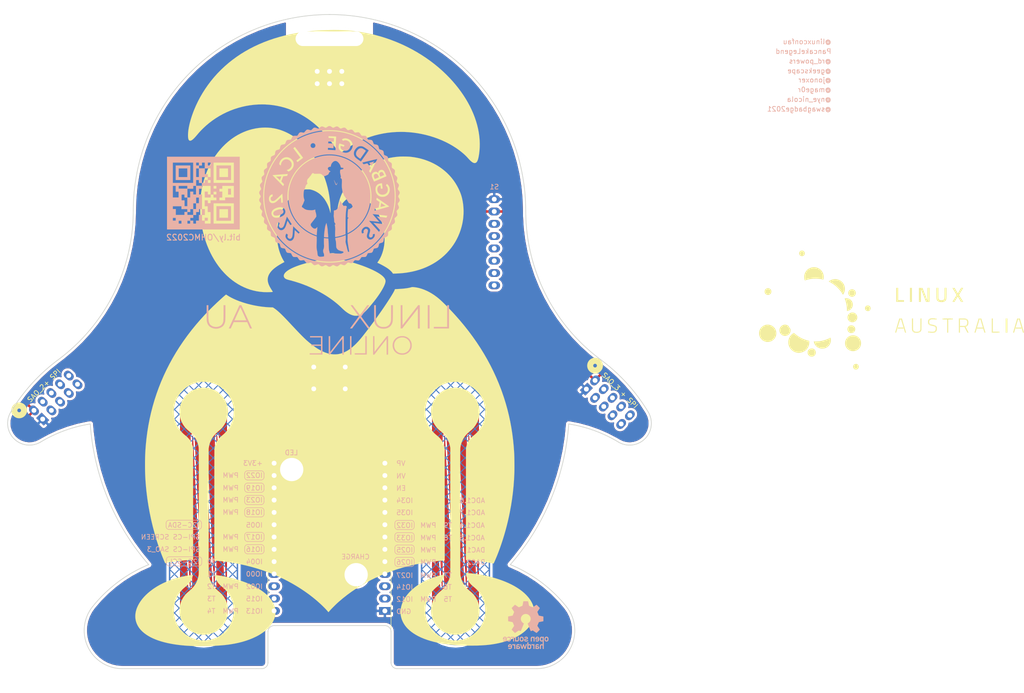
<source format=kicad_pcb>
(kicad_pcb (version 20171130) (host pcbnew "(5.1.10)-1")
  (layers (0 F.Cu signal) (31 B.Cu signal) (34 B.Paste user) (35 F.Paste user hide) (36 B.SilkS user) (37 F.SilkS user) (38 B.Mask user) (39 F.Mask user) (44 Edge.Cuts user))
  (net 0 "")
  (net 1 +3V3)
  (net 2 GND)
  (net 3 /GPIO4)
  (net 4 /GPIO5)
  (net 5 /GPIO32)
  (net 6 /GPIO33)
  (net 7 /GPIO18)
  (net 8 /GPIO23)
  (net 9 /GPIO19)
  (net 10 /GPIO22)
  (net 11 /GPIO17)
  (net 12 /GPIO16)
  (net 13 /GPIO15)
  (net 14 /GPIO27)
  (net 15 /GPIO14)
  (net 16 /GPIO12)
  (net 17 /GPIO0)
  (net 18 /GPIO2)
  (net 19 /GPIO13)
  (net 20 /GPIO34)
  (net 21 /GPIO35)
  (net 22 /GPIO25)
  (net 23 /GPIO26)
  (net 24 /VP)
  (net 25 /VN)
  (net 26 /EN)
  (net 27 /SLC)
  (net 28 /RESET)
  (net 29 /DC)
  (net 30 /SC)
  (net 31 /BLK)
  (module SwagBadge:Logo_LCA_2022_01 (layer B.Cu) (at 0.11 -168.73 180)
    (fp_text reference Ref** hide)
    (fp_text value Val** hide)
  )
  (module SwagBadge:Tux_Silk_With_Slider_135 (layer F.Cu) (at 0.05 -167.18)
    (fp_text reference Ref** hide)
    (fp_text value Val** hide)
  )
  (module SwagBadge:SwagBadge_Logo_2022_Invert (layer B.Cu) (at -0.01 -197.47 180)
    (fp_text reference Ref** hide)
    (fp_text value Val** hide)
  )
  (module SwagBadge:QR_Code_OHMC2022_15mm (layer B.Cu) (at -26.02 -198.16 180)
    (fp_text reference Ref** hide)
    (fp_text value Val** hide)
  )
  (module SwagBadge:SW_1825910-6-4 (layer F.Cu) (at 0 -160)
    (fp_text reference SW1 hide)
    (fp_text value RESET (at 0 5) (layer F.SilkS))
    (pad 2 thru_hole circle (at 3.25 -2.25) (size 1.498 1.498) (drill 0.99) (layers *.Cu *.Mask) (net 26 /EN))
    (pad 4 thru_hole circle (at 3.25 2.25) (size 1.498 1.498) (drill 0.99) (layers *.Cu *.Mask) (net 2 GND))
    (pad 1 thru_hole rect (at -3.25 -2.25) (size 1.498 1.498) (drill 0.99) (layers *.Cu *.Mask) (net 26 /EN))
    (pad 3 thru_hole circle (at -3.25 2.25) (size 1.498 1.498) (drill 0.99) (layers *.Cu *.Mask) (net 2 GND))
  )
  (module SwagBadge:SAO_Header_10-Pin_0val_AltPins (layer F.Cu) (at -56.5 -156 45)
    (fp_text reference P2 hide)
    (fp_text value "SAO_2+ SPI" (at 0 -3.429 225) (layer F.SilkS))
    (pad 4 thru_hole oval (at -2.54 1.27 137) (size 2.2 1.6) (drill 1) (layers *.Cu *.Mask) (net 3 /GPIO4))
    (pad 6 thru_hole oval (at 0 1.27 137) (size 2.2 1.6) (drill 1) (layers *.Cu *.Mask) (net 6 /GPIO33))
    (pad 8 thru_hole oval (at 2.54 1.27 137) (size 2.2 1.6) (drill 1) (layers *.Cu *.Mask) (net 15 /GPIO14))
    (pad 10 thru_hole oval (at 5.08 1.27 137) (size 2.2 1.6) (drill 1) (layers *.Cu *.Mask) (net 20 /GPIO34))
    (pad 9 thru_hole oval (at 5.08 -1.27 137) (size 2.2 1.6) (drill 1) (layers *.Cu *.Mask) (net 23 /GPIO26))
    (pad 7 thru_hole oval (at 2.54 -1.27 137) (size 2.2 1.6) (drill 1) (layers *.Cu *.Mask) (net 22 /GPIO25))
    (pad 5 thru_hole oval (at 0 -1.27 137) (size 2.2 1.6) (drill 1) (layers *.Cu *.Mask) (net 5 /GPIO32))
    (pad 3 thru_hole oval (at -2.54 -1.27 137) (size 2.2 1.6) (drill 1) (layers *.Cu *.Mask) (net 4 /GPIO5))
    (pad 2 thru_hole rect (at -5.08 1.27 135) (size 2.2 1.6) (drill 1) (layers *.Cu *.Mask) (net 2 GND))
    (pad 1 thru_hole oval (at -5.08 -1.27 137) (size 2.2 1.6) (drill 1) (layers *.Cu *.Mask) (net 1 +3V3))
  )
  (module SwagBadge:SAO_Header_6-Pin_Oval_AltPins (layer F.Cu) (at 0 -222)
    (fp_text reference P1 hide)
    (fp_text value SAO_1 (at 0 -3.429 180) (layer F.SilkS))
    (pad 4 thru_hole oval (at 0 1.27 90) (size 2.2 1.6) (drill 1) (layers *.Cu *.Mask) (net 3 /GPIO4))
    (pad 6 thru_hole oval (at 2.54 1.27 90) (size 2.2 1.6) (drill 1) (layers *.Cu *.Mask) (net 9 /GPIO19))
    (pad 5 thru_hole oval (at 2.54 -1.27 90) (size 2.2 1.6) (drill 1) (layers *.Cu *.Mask) (net 10 /GPIO22))
    (pad 3 thru_hole oval (at 0 -1.27 90) (size 2.2 1.6) (drill 1) (layers *.Cu *.Mask) (net 4 /GPIO5))
    (pad 2 thru_hole rect (at -2.54 1.27 90) (size 2.2 1.6) (drill 1) (layers *.Cu *.Mask) (net 2 GND))
    (pad 1 thru_hole oval (at -2.54 -1.27 90) (size 2.2 1.6) (drill 1) (layers *.Cu *.Mask) (net 1 +3V3))
  )
  (module SwagBadge:SAO_Header_10-Pin_0val_AltPins (layer F.Cu) (at 57.5 -155 315)
    (fp_text reference P3 hide)
    (fp_text value "SAO_3 + SPI" (at 0 -3.429 315) (layer F.SilkS))
    (pad 4 thru_hole oval (at -2.54 1.27 47) (size 2.2 1.6) (drill 1) (layers *.Cu *.Mask) (net 3 /GPIO4))
    (pad 6 thru_hole oval (at 0 1.27 47) (size 2.2 1.6) (drill 1) (layers *.Cu *.Mask) (net 8 /GPIO23))
    (pad 8 thru_hole oval (at 2.54 1.27 47) (size 2.2 1.6) (drill 1) (layers *.Cu *.Mask) (net 15 /GPIO14))
    (pad 10 thru_hole oval (at 5.08 1.27 47) (size 2.2 1.6) (drill 1) (layers *.Cu *.Mask) (net 20 /GPIO34))
    (pad 9 thru_hole oval (at 5.08 -1.27 47) (size 2.2 1.6) (drill 1) (layers *.Cu *.Mask) (net 23 /GPIO26))
    (pad 7 thru_hole oval (at 2.54 -1.27 47) (size 2.2 1.6) (drill 1) (layers *.Cu *.Mask) (net 11 /GPIO17))
    (pad 5 thru_hole oval (at 0 -1.27 47) (size 2.2 1.6) (drill 1) (layers *.Cu *.Mask) (net 7 /GPIO18))
    (pad 3 thru_hole oval (at -2.54 -1.27 47) (size 2.2 1.6) (drill 1) (layers *.Cu *.Mask) (net 4 /GPIO5))
    (pad 2 thru_hole rect (at -5.08 1.27 45) (size 2.2 1.6) (drill 1) (layers *.Cu *.Mask) (net 2 GND))
    (pad 1 thru_hole oval (at -5.08 -1.27 47) (size 2.2 1.6) (drill 1) (layers *.Cu *.Mask) (net 1 +3V3))
  )
  (module SwagBadge:Lanyard_Hole (layer F.Cu) (at 0 -230)
    (fp_text reference H5 hide)
    (fp_text value MountingHole hide)
    (pad "" np_thru_hole oval (at 0 0) (size 14 3) (drill oval 14 3) (layers *.Cu *.Mask) (clearance 2))
  )
  (module SwagBadge:LOLIN32_Flipped_SmallCut (layer F.Cu) (at 0 -100)
    (fp_text reference J7 hide)
    (fp_text value Lolin32)
    (fp_line (start 12.7 -1.27) (end 12.7 -7.62) (layer Edge.Cuts) (width 0.15))
    (fp_line (start 11.43 -8.89) (end -11.429999 -8.89) (layer Edge.Cuts) (width 0.15))
    (fp_line (start -12.699999 -7.62) (end -12.699999 -1.27) (layer Edge.Cuts) (width 0.15))
    (fp_line (start -13.97 0) (end -15 0) (layer Edge.Cuts) (width 0.15))
    (fp_line (start 13.97 0) (end 15 0) (layer Edge.Cuts) (width 0.15))
    (fp_text user +3V3 (at -13.7 -42.4) (layer B.SilkS) (effects (justify left mirror)))
    (fp_text user "IO22  PWM        " (at -13.7 -39.89) (layer B.SilkS) (effects (justify left mirror)))
    (fp_text user "IO19  PWM        " (at -13.7 -37.29) (layer B.SilkS) (effects (justify left mirror)))
    (fp_text user "IO23  PWM        " (at -13.7 -34.811) (layer B.SilkS) (effects (justify left mirror)))
    (fp_text user "IO18  PWM        " (at -13.7 -32.271) (layer B.SilkS) (effects (justify left mirror)))
    (fp_text user "IO05             I2C-SDA" (at -13.7 -29.63) (layer B.SilkS) (effects (justify left mirror)))
    (fp_text user "IO17  PWM       SPI-CS SCREEN" (at -13.7 -27.17) (layer B.SilkS) (effects (justify left mirror)))
    (fp_text user "IO16  PWM       SPI-CS SAO_3" (at -13.7 -24.63) (layer B.SilkS) (effects (justify left mirror)))
    (fp_text user "IO04         T0  I2C-SCL" (at -13.7 -22.08) (layer B.SilkS) (effects (justify left mirror)))
    (fp_text user "IO00         T1" (at -13.7 -19.53) (layer B.SilkS) (effects (justify left mirror)))
    (fp_text user "IO02  PWM  T2" (at -13.7 -16.96) (layer B.SilkS) (effects (justify left mirror)))
    (fp_text user "IO15           T3" (at -13.7 -14.42) (layer B.SilkS) (effects (justify left mirror)))
    (fp_text user "IO13  PWM  T4" (at -13.7 -11.88) (layer B.SilkS) (effects (justify left mirror)))
    (fp_text user "T5  PWM  IO12" (at 13.7 -14.33) (layer B.SilkS) (effects (justify right mirror)))
    (fp_text user "T6         IO14" (at 13.7 -16.84) (layer B.SilkS) (effects (justify right mirror)))
    (fp_text user "T7  PWM  IO27" (at 13.7 -19.24) (layer B.SilkS) (effects (justify right mirror)))
    (fp_text user "DAC2          PWM  IO26" (at 13.7 -21.97) (layer B.SilkS) (effects (justify right mirror)))
    (fp_text user "DAC1          PWM  IO25" (at 13.7 -24.49) (layer B.SilkS) (effects (justify right mirror)))
    (fp_text user "ADC1.5  T8  PWM  IO33" (at 13.7 -27) (layer B.SilkS) (effects (justify right mirror)))
    (fp_text user "ADC1.4  T9  PWM  IO32" (at 13.7 -29.58) (layer B.SilkS) (effects (justify right mirror)))
    (fp_text user "ADC1.7             IO35" (at 13.7 -32.21) (layer B.SilkS) (effects (justify right mirror)))
    (fp_text user "ADC1.6             IO34" (at 13.7 -34.7) (layer B.SilkS) (effects (justify right mirror)))
    (fp_text user EN (at 13.7 -37.24) (layer B.SilkS) (effects (justify right mirror)))
    (fp_text user VN (at 13.7 -39.76) (layer B.SilkS) (effects (justify right mirror)))
    (fp_text user VP (at 13.7 -42.37) (layer B.SilkS) (effects (justify right mirror)))
    (fp_arc (start -13.969999 -1.27) (end -13.969999 0) (angle -90) (layer Edge.Cuts) (width 0.15))
    (fp_arc (start -11.429999 -7.62) (end -11.429999 -8.89) (angle -90) (layer Edge.Cuts) (width 0.15))
    (fp_arc (start 11.43 -7.62) (end 12.7 -7.62) (angle -90) (layer Edge.Cuts) (width 0.15))
    (fp_arc (start 13.97 -1.27) (end 12.7 -1.27) (angle -90) (layer Edge.Cuts) (width 0.15))
    (fp_text user GND (at 13.7 -11.8) (layer B.SilkS) (effects (justify right mirror)))
    (pad "" np_thru_hole circle (at -7.8 -41.1) (size 4.8 4.8) (drill 4.8) (layers *.Cu *.Mask))
    (pad "" np_thru_hole circle (at 5.5 -19.4) (size 4.8 4.8) (drill 4.8) (layers *.Cu *.Mask))
    (pad 14 thru_hole oval (at -11.43 -42.41) (size 2.4 1.6) (drill 1) (layers *.Cu *.Mask) (net 1 +3V3))
    (pad 15 thru_hole oval (at -11.43 -39.87) (size 2.4 1.6) (drill 1) (layers *.Cu *.Mask) (net 10 /GPIO22))
    (pad 16 thru_hole oval (at -11.43 -37.33) (size 2.4 1.6) (drill 1) (layers *.Cu *.Mask) (net 9 /GPIO19))
    (pad 17 thru_hole oval (at -11.43 -34.79) (size 2.4 1.6) (drill 1) (layers *.Cu *.Mask) (net 8 /GPIO23))
    (pad 18 thru_hole oval (at -11.43 -32.25) (size 2.4 1.6) (drill 1) (layers *.Cu *.Mask) (net 7 /GPIO18))
    (pad 19 thru_hole oval (at -11.43 -29.71) (size 2.4 1.6) (drill 1) (layers *.Cu *.Mask) (net 4 /GPIO5))
    (pad 20 thru_hole oval (at -11.43 -27.17) (size 2.4 1.6) (drill 1) (layers *.Cu *.Mask) (net 11 /GPIO17))
    (pad 21 thru_hole oval (at -11.43 -24.63) (size 2.4 1.6) (drill 1) (layers *.Cu *.Mask) (net 12 /GPIO16))
    (pad 22 thru_hole oval (at -11.43 -22.09) (size 2.4 1.6) (drill 1) (layers *.Cu *.Mask) (net 3 /GPIO4))
    (pad 23 thru_hole oval (at -11.43 -19.55) (size 2.4 1.6) (drill 1) (layers *.Cu *.Mask) (net 17 /GPIO0))
    (pad 24 thru_hole oval (at -11.43 -17.01) (size 2.4 1.6) (drill 1) (layers *.Cu *.Mask) (net 18 /GPIO2))
    (pad 25 thru_hole oval (at -11.43 -14.47) (size 2.4 1.6) (drill 1) (layers *.Cu *.Mask) (net 13 /GPIO15))
    (pad 26 thru_hole oval (at -11.43 -11.93) (size 2.4 1.6) (drill 1) (layers *.Cu *.Mask) (net 19 /GPIO13))
    (pad 13 thru_hole oval (at 11.43 -42.41) (size 2.4 1.6) (drill 1) (layers *.Cu *.Mask) (net 24 /VP))
    (pad 12 thru_hole oval (at 11.43 -39.87) (size 2.4 1.6) (drill 1) (layers *.Cu *.Mask) (net 25 /VN))
    (pad 11 thru_hole oval (at 11.43 -37.33) (size 2.4 1.6) (drill 1) (layers *.Cu *.Mask) (net 26 /EN))
    (pad 10 thru_hole oval (at 11.43 -34.79) (size 2.4 1.6) (drill 1) (layers *.Cu *.Mask) (net 20 /GPIO34))
    (pad 9 thru_hole oval (at 11.43 -32.25) (size 2.4 1.6) (drill 1) (layers *.Cu *.Mask) (net 21 /GPIO35))
    (pad 8 thru_hole oval (at 11.43 -29.71) (size 2.4 1.6) (drill 1) (layers *.Cu *.Mask) (net 5 /GPIO32))
    (pad 7 thru_hole oval (at 11.43 -27.17) (size 2.4 1.6) (drill 1) (layers *.Cu *.Mask) (net 6 /GPIO33))
    (pad 6 thru_hole oval (at 11.43 -24.63) (size 2.4 1.6) (drill 1) (layers *.Cu *.Mask) (net 22 /GPIO25))
    (pad 5 thru_hole oval (at 11.43 -22.09) (size 2.4 1.6) (drill 1) (layers *.Cu *.Mask) (net 23 /GPIO26))
    (pad 4 thru_hole oval (at 11.43 -19.55) (size 2.4 1.6) (drill 1) (layers *.Cu *.Mask) (net 14 /GPIO27))
    (pad 3 thru_hole oval (at 11.43 -17.01) (size 2.4 1.6) (drill 1) (layers *.Cu *.Mask) (net 15 /GPIO14))
    (pad 2 thru_hole oval (at 11.43 -14.47) (size 2.4 1.6) (drill 1) (layers *.Cu *.Mask) (net 16 /GPIO12))
    (pad 1 thru_hole rect (at 11.43 -11.93) (size 2.4 1.6) (drill 1) (layers *.Cu *.Mask) (net 2 GND))
  )
  (module SwagBadge:LinuxAU_Logo_01 (layer F.Cu) (at 116 -174)
    (fp_text reference L2 hide)
    (fp_text value LinuxAU_Logo hide)
  )
  (module SwagBadge:OSHW_Logo_10mm (layer B.Cu) (at 40.5 -108.99 180)
    (fp_text reference L3 hide)
    (fp_text value OSHW_Logo hide)
  )
  (module SwagBadge:SPI_Screen_320_x_240 (layer F.Cu) (at 34 -188)
    (fp_text reference S1 (at 0 -11.43) (layer B.SilkS) (effects (justify mirror)))
    (fp_text value "SPI Screen")
    (pad 1 thru_hole oval (at 0 -8.89) (size 2.4 1.6) (drill 1) (layers *.Cu *.Mask) (net 2 GND))
    (pad 2 thru_hole oval (at 0 -6.35) (size 2.4 1.6) (drill 1) (layers *.Cu *.Mask) (net 1 +3V3))
    (pad 3 thru_hole oval (at 0 -3.81) (size 2.4 1.6) (drill 1) (layers *.Cu *.Mask) (net 27 /SLC))
    (pad 4 thru_hole oval (at 0 -1.27) (size 2.4 1.6) (drill 1) (layers *.Cu *.Mask) (net 4 /GPIO5))
    (pad 5 thru_hole oval (at 0 1.27) (size 2.4 1.6) (drill 1) (layers *.Cu *.Mask) (net 28 /RESET))
    (pad 6 thru_hole oval (at 0 3.81) (size 2.4 1.6) (drill 1) (layers *.Cu *.Mask) (net 29 /DC))
    (pad 7 thru_hole oval (at 0 6.35) (size 2.4 1.6) (drill 1) (layers *.Cu *.Mask) (net 30 /SC))
    (pad 8 thru_hole oval (at 0 8.89) (size 2.4 1.6) (drill 1) (layers *.Cu *.Mask) (net 31 /BLK))
  )
  (module SwagBadge:Touch_Slider_Long_02 (layer F.Cu) (at -26 -112)
    (fp_text reference T3 hide)
    (fp_text value Touch_Slider_Left hide)
    (pad 3 smd custom (at 0 -48) (size 0.1 0.1) (layers B.Cu) (net 2 GND) (clearance 1) (options (clearance outline) (anchor circle)) (primitives (gr_line (start 7 31.5) (end -7 17.500001) (width 0.2)) (gr_line (start -7 15.5) (end 5.642596 2.857404) (width 0.2)) (gr_line (start -7 35.5) (end 7 21.500001) (width 0.2)) (gr_line (start 7 7.500001) (end -0.483296 0.016704) (width 0.2)) (gr_line (start 6.787222 5.287223) (end 1.712777 0.212778) (width 0.2)) (gr_line (start 4.693429 53.193429) (end -7 41.500001) (width 0.2)) (gr_line (start -7 31.5) (end 7 17.500001) (width 0.2)) (gr_line (start -7 17.5) (end 6.380064 4.119936) (width 0.2)) (gr_line (start 7 41.5) (end -7 27.500001) (width 0.2)) (gr_line (start -7 23.5) (end 7 9.500001) (width 0.2)) (gr_line (start -7 9.5) (end 2.158798 0.341202) (width 0.2)) (gr_line (start 7 37.5) (end -7 23.500001) (width 0.2)) (gr_line (start 7 29.5) (end -7 15.500001) (width 0.2)) (gr_line (start 7 39.5) (end -7 25.500001) (width 0.2)) (gr_line (start -0.483296 54.983296) (end 7 47.500001) (width 0.2)) (gr_line (start 7 47.5) (end -7 33.500001) (width 0.2)) (gr_line (start 7 48) (end 7 7.000001) (width 0.3)) (gr_line (start -1.712777 54.787222) (end -6.787222 49.712777) (width 0.2)) (gr_line (start 2.158798 54.658798) (end -7 45.500001) (width 0.2)) (gr_line (start -7 27.5) (end 7 13.500001) (width 0.2)) (gr_line (start 7 43.5) (end -7 29.500001) (width 0.2)) (gr_line (start -7 25.5) (end 7 11.500001) (width 0.2)) (gr_line (start 7 17.5) (end -6.380064 4.119936) (width 0.2)) (gr_line (start 7 35.5) (end -7 21.500001) (width 0.2)) (gr_line (start -6.865519 49.365519) (end 7 35.500001) (width 0.2)) (gr_line (start -7 33.5) (end 7 19.500001) (width 0.2)) (gr_line (start -7 39.5) (end 7 25.500001) (width 0.2)) (gr_line (start -7 43.5) (end 7 29.500001) (width 0.2)) (gr_arc (start 0 7.000001) (end 7 7.000001) (angle -180) (width 0.3)) (gr_line (start 7 21.5) (end -7 7.500001) (width 0.2)) (gr_line (start 7 9.5) (end -2.158798 0.341202) (width 0.2)) (gr_line (start -7 21.5) (end 7 7.500001) (width 0.2)) (gr_line (start -7 41.5) (end 7 27.500001) (width 0.2)) (gr_line (start -5.642596 52.142596) (end 7 39.500001) (width 0.2)) (gr_line (start -3.539311 54.039311) (end 7 43.500001) (width 0.2)) (gr_line (start 7 11.5) (end -3.539311 0.960689) (width 0.2)) (gr_line (start -7 19.5) (end 6.865519 5.634481) (width 0.2)) (gr_line (start -7 13.5) (end 4.693429 1.806571) (width 0.2)) (gr_line (start -7 7.000001) (end -7 48) (width 0.3)) (gr_line (start 6.865519 49.365519) (end -7 35.500001) (width 0.2)) (gr_line (start -2.158798 54.658798) (end 7 45.500001) (width 0.2)) (gr_line (start 7 13.5) (end -4.693429 1.806571) (width 0.2)) (gr_line (start -7 7.500001) (end 0.483296 0.016704) (width 0.2)) (gr_line (start -7 11.5) (end 3.539311 0.960689) (width 0.2)) (gr_line (start -6.380064 50.880064) (end 7 37.500001) (width 0.2)) (gr_line (start 7 27.5) (end -7 13.500001) (width 0.2)) (gr_line (start 7 15.5) (end -5.642596 2.857404) (width 0.2)) (gr_line (start -7 37.5) (end 7 23.500001) (width 0.2)) (gr_line (start 7 19.5) (end -6.865519 5.634481) (width 0.2)) (gr_line (start 0.483296 54.983296) (end -7 47.500001) (width 0.2)) (gr_line (start 3.539311 54.039311) (end -7 43.500001) (width 0.2)) (gr_line (start 7 23.5) (end -7 9.500001) (width 0.2)) (gr_line (start 7 45.5) (end -7 31.500001) (width 0.2)) (gr_line (start -7 45.5) (end 7 31.500001) (width 0.2)) (gr_line (start 5.642596 52.142596) (end -7 39.500001) (width 0.2)) (gr_line (start -4.693429 53.193429) (end 7 41.500001) (width 0.2)) (gr_line (start 7 25.5) (end -7 11.500001) (width 0.2)) (gr_line (start -6.787222 5.287223) (end -1.712777 0.212778) (width 0.2)) (gr_line (start 1.712777 54.787222) (end 6.787222 49.712777) (width 0.2)) (gr_line (start -7 47.5) (end 7 33.500001) (width 0.2)) (gr_arc (start 0 48) (end -7 48) (angle -180) (width 0.3)) (gr_line (start 7 33.5) (end -7 19.500001) (width 0.2)) (gr_line (start -7 29.5) (end 7 15.500001) (width 0.2)) (gr_line (start 6.380064 50.880064) (end -7 37.500001) (width 0.2))))
    (pad 1 smd custom (at 0 0) (size 3 3) (layers F.Cu) (net 16 /GPIO12) (clearance 5) (options (clearance outline) (anchor circle)) (primitives (gr_line (start -4.749999 -36) (end -4.75 0) (width 0.2)) (gr_line (start -2.249999 -35.999999) (end -2.25 -5) (width 0.2)) (gr_arc (start 4.75 -4.999999) (end 4.250583 -4.975844) (angle -87.2) (width 0.2)) (gr_line (start 0.25 -36) (end 0.249999 -4.999999) (width 0.2)) (gr_line (start 4.250583 -4.975844) (end 2.75 -36) (width 0.2)) (gr_arc (start 2.25 -4.999999) (end 1.750583 -4.975844) (angle -177.2) (width 0.2)) (gr_line (start -0.749416 -4.975844) (end -2.249999 -35.999999) (width 0.2)) (gr_arc (start -2.749999 -5) (end -3.249416 -4.975844) (angle -177.2) (width 0.2)) (gr_line (start -3.249416 -4.975844) (end -4.749999 -36) (width 0.2)) (gr_line (start 2.75 -36) (end 2.749999 -4.999999) (width 0.2)) (gr_arc (start 0 0) (end -4.75 0) (angle -180) (width 0.2)) (gr_line (start 1.750583 -4.975844) (end 0.25 -36) (width 0.2)) (gr_arc (start -0.249999 -4.999999) (end -0.749416 -4.975844) (angle -177.2) (width 0.2)) (gr_line (start 4.75 0) (end 4.75 -4.499999) (width 0.2)) (gr_poly (pts (xy -0.74 -4.87) (xy -0.54 -4.57) (xy -0.24 -4.48) (xy 0.14 -4.63) (xy 0.25 -4.97) (xy 0.3 -34.36) (xy 1.74 -4.97) (xy 1.91 -4.6) (xy 2.26 -4.47) (xy 2.62 -4.59) (xy 2.75 -4.95) (xy 2.8 -34.15) (xy 4.28 -4.81) (xy 4.45 -4.58) (xy 4.75 -4.48) (xy 4.78 -0.01) (xy 4.62 1.17) (xy 4.16 2.33) (xy 3.44 3.29) (xy 2.5 4.05) (xy 1.23 4.6) (xy 0 4.76) (xy -1.06 4.64) (xy -2.09 4.28) (xy -3.03 3.68) (xy -3.82 2.82) (xy -4.27 2.07) (xy -4.61 1.14) (xy -4.75 -0.01) (xy -4.67 -32.91) (xy -3.25 -4.91) (xy -3.04 -4.56) (xy -2.74 -4.47) (xy -2.37 -4.61) (xy -2.25 -4.99) (xy -2.21 -34.94)) (width 0.1))))
    (pad 2 smd custom (at 0 -41) (size 3 3) (layers F.Cu) (net 14 /GPIO27) (clearance 5) (options (clearance outline) (anchor circle)) (primitives (gr_line (start 3.249416 4.975845) (end 4.749999 36.000001) (width 0.2)) (gr_line (start 0.749416 4.975845) (end 2.249999 36) (width 0.2)) (gr_arc (start 0 0.000001) (end 4.75 0.000001) (angle -180) (width 0.2)) (gr_line (start -1.750583 4.975845) (end -0.25 36.000001) (width 0.2)) (gr_arc (start 0.249999 5) (end 0.749416 4.975845) (angle -177.2) (width 0.2)) (gr_line (start 2.249999 36) (end 2.25 5.000001) (width 0.2)) (gr_line (start -4.75 0) (end -4.75 4.5) (width 0.2)) (gr_line (start -4.250583 4.975845) (end -2.75 36.000001) (width 0.2)) (gr_line (start -2.75 36.000001) (end -2.749999 5) (width 0.2)) (gr_line (start 4.749999 36.000001) (end 4.75 0.000001) (width 0.2)) (gr_arc (start 2.749999 5.000001) (end 3.249416 4.975845) (angle -177.2) (width 0.2)) (gr_arc (start -2.25 5) (end -1.750583 4.975845) (angle -177.2) (width 0.2)) (gr_line (start -0.25 36.000001) (end -0.249999 5) (width 0.2)) (gr_arc (start -4.75 5) (end -4.250583 4.975845) (angle -87.2) (width 0.2)) (gr_poly (pts (xy 0.75 4.87) (xy 0.55 4.57) (xy 0.25 4.48) (xy -0.13 4.63) (xy -0.24 4.97) (xy -0.29 34.36) (xy -1.73 4.97) (xy -1.9 4.6) (xy -2.25 4.47) (xy -2.61 4.59) (xy -2.74 4.95) (xy -2.79 34.15) (xy -4.27 4.81) (xy -4.44 4.58) (xy -4.74 4.48) (xy -4.77 0.01) (xy -4.61 -1.17) (xy -4.15 -2.33) (xy -3.43 -3.29) (xy -2.49 -4.05) (xy -1.22 -4.6) (xy 0.01 -4.76) (xy 1.07 -4.64) (xy 2.1 -4.28) (xy 3.04 -3.68) (xy 3.83 -2.82) (xy 4.28 -2.07) (xy 4.62 -1.14) (xy 4.76 0.01) (xy 4.68 32.91) (xy 3.26 4.91) (xy 3.05 4.56) (xy 2.75 4.47) (xy 2.38 4.61) (xy 2.26 4.99) (xy 2.22 34.94)) (width 0.1))))
  )
  (module SwagBadge:Touch_Slider_Long_02 (layer F.Cu) (at 26 -112)
    (fp_text reference T4 hide)
    (fp_text value Touch_Slider_Right hide)
    (pad 2 smd custom (at 0 -41) (size 3 3) (layers F.Cu) (net 13 /GPIO15) (clearance 5) (options (clearance outline) (anchor circle)) (primitives (gr_line (start 3.249416 4.975845) (end 4.749999 36.000001) (width 0.2)) (gr_line (start 0.749416 4.975845) (end 2.249999 36) (width 0.2)) (gr_arc (start 0 0.000001) (end 4.75 0.000001) (angle -180) (width 0.2)) (gr_line (start -1.750583 4.975845) (end -0.25 36.000001) (width 0.2)) (gr_arc (start 0.249999 5) (end 0.749416 4.975845) (angle -177.2) (width 0.2)) (gr_line (start 2.249999 36) (end 2.25 5.000001) (width 0.2)) (gr_line (start -4.75 0) (end -4.75 4.5) (width 0.2)) (gr_line (start -4.250583 4.975845) (end -2.75 36.000001) (width 0.2)) (gr_line (start -2.75 36.000001) (end -2.749999 5) (width 0.2)) (gr_line (start 4.749999 36.000001) (end 4.75 0.000001) (width 0.2)) (gr_arc (start 2.749999 5.000001) (end 3.249416 4.975845) (angle -177.2) (width 0.2)) (gr_arc (start -2.25 5) (end -1.750583 4.975845) (angle -177.2) (width 0.2)) (gr_line (start -0.25 36.000001) (end -0.249999 5) (width 0.2)) (gr_arc (start -4.75 5) (end -4.250583 4.975845) (angle -87.2) (width 0.2)) (gr_poly (pts (xy 0.75 4.87) (xy 0.55 4.57) (xy 0.25 4.48) (xy -0.13 4.63) (xy -0.24 4.97) (xy -0.29 34.36) (xy -1.73 4.97) (xy -1.9 4.6) (xy -2.25 4.47) (xy -2.61 4.59) (xy -2.74 4.95) (xy -2.79 34.15) (xy -4.27 4.81) (xy -4.44 4.58) (xy -4.74 4.48) (xy -4.77 0.01) (xy -4.61 -1.17) (xy -4.15 -2.33) (xy -3.43 -3.29) (xy -2.49 -4.05) (xy -1.22 -4.6) (xy 0.01 -4.76) (xy 1.07 -4.64) (xy 2.1 -4.28) (xy 3.04 -3.68) (xy 3.83 -2.82) (xy 4.28 -2.07) (xy 4.62 -1.14) (xy 4.76 0.01) (xy 4.68 32.91) (xy 3.26 4.91) (xy 3.05 4.56) (xy 2.75 4.47) (xy 2.38 4.61) (xy 2.26 4.99) (xy 2.22 34.94)) (width 0.1))))
    (pad 1 smd custom (at 0 0) (size 3 3) (layers F.Cu) (net 19 /GPIO13) (clearance 5) (options (clearance outline) (anchor circle)) (primitives (gr_line (start -4.749999 -36) (end -4.75 0) (width 0.2)) (gr_line (start -2.249999 -35.999999) (end -2.25 -5) (width 0.2)) (gr_arc (start 4.75 -4.999999) (end 4.250583 -4.975844) (angle -87.2) (width 0.2)) (gr_line (start 0.25 -36) (end 0.249999 -4.999999) (width 0.2)) (gr_line (start 4.250583 -4.975844) (end 2.75 -36) (width 0.2)) (gr_arc (start 2.25 -4.999999) (end 1.750583 -4.975844) (angle -177.2) (width 0.2)) (gr_line (start -0.749416 -4.975844) (end -2.249999 -35.999999) (width 0.2)) (gr_arc (start -2.749999 -5) (end -3.249416 -4.975844) (angle -177.2) (width 0.2)) (gr_line (start -3.249416 -4.975844) (end -4.749999 -36) (width 0.2)) (gr_line (start 2.75 -36) (end 2.749999 -4.999999) (width 0.2)) (gr_arc (start 0 0) (end -4.75 0) (angle -180) (width 0.2)) (gr_line (start 1.750583 -4.975844) (end 0.25 -36) (width 0.2)) (gr_arc (start -0.249999 -4.999999) (end -0.749416 -4.975844) (angle -177.2) (width 0.2)) (gr_line (start 4.75 0) (end 4.75 -4.499999) (width 0.2)) (gr_poly (pts (xy -0.74 -4.87) (xy -0.54 -4.57) (xy -0.24 -4.48) (xy 0.14 -4.63) (xy 0.25 -4.97) (xy 0.3 -34.36) (xy 1.74 -4.97) (xy 1.91 -4.6) (xy 2.26 -4.47) (xy 2.62 -4.59) (xy 2.75 -4.95) (xy 2.8 -34.15) (xy 4.28 -4.81) (xy 4.45 -4.58) (xy 4.75 -4.48) (xy 4.78 -0.01) (xy 4.62 1.17) (xy 4.16 2.33) (xy 3.44 3.29) (xy 2.5 4.05) (xy 1.23 4.6) (xy 0 4.76) (xy -1.06 4.64) (xy -2.09 4.28) (xy -3.03 3.68) (xy -3.82 2.82) (xy -4.27 2.07) (xy -4.61 1.14) (xy -4.75 -0.01) (xy -4.67 -32.91) (xy -3.25 -4.91) (xy -3.04 -4.56) (xy -2.74 -4.47) (xy -2.37 -4.61) (xy -2.25 -4.99) (xy -2.21 -34.94)) (width 0.1))))
    (pad 3 smd custom (at 0 -48) (size 0.1 0.1) (layers B.Cu) (net 2 GND) (clearance 1) (options (clearance outline) (anchor circle)) (primitives (gr_line (start 7 31.5) (end -7 17.500001) (width 0.2)) (gr_line (start -7 15.5) (end 5.642596 2.857404) (width 0.2)) (gr_line (start -7 35.5) (end 7 21.500001) (width 0.2)) (gr_line (start 7 7.500001) (end -0.483296 0.016704) (width 0.2)) (gr_line (start 6.787222 5.287223) (end 1.712777 0.212778) (width 0.2)) (gr_line (start 4.693429 53.193429) (end -7 41.500001) (width 0.2)) (gr_line (start -7 31.5) (end 7 17.500001) (width 0.2)) (gr_line (start -7 17.5) (end 6.380064 4.119936) (width 0.2)) (gr_line (start 7 41.5) (end -7 27.500001) (width 0.2)) (gr_line (start -7 23.5) (end 7 9.500001) (width 0.2)) (gr_line (start -7 9.5) (end 2.158798 0.341202) (width 0.2)) (gr_line (start 7 37.5) (end -7 23.500001) (width 0.2)) (gr_line (start 7 29.5) (end -7 15.500001) (width 0.2)) (gr_line (start 7 39.5) (end -7 25.500001) (width 0.2)) (gr_line (start -0.483296 54.983296) (end 7 47.500001) (width 0.2)) (gr_line (start 7 47.5) (end -7 33.500001) (width 0.2)) (gr_line (start 7 48) (end 7 7.000001) (width 0.3)) (gr_line (start -1.712777 54.787222) (end -6.787222 49.712777) (width 0.2)) (gr_line (start 2.158798 54.658798) (end -7 45.500001) (width 0.2)) (gr_line (start -7 27.5) (end 7 13.500001) (width 0.2)) (gr_line (start 7 43.5) (end -7 29.500001) (width 0.2)) (gr_line (start -7 25.5) (end 7 11.500001) (width 0.2)) (gr_line (start 7 17.5) (end -6.380064 4.119936) (width 0.2)) (gr_line (start 7 35.5) (end -7 21.500001) (width 0.2)) (gr_line (start -6.865519 49.365519) (end 7 35.500001) (width 0.2)) (gr_line (start -7 33.5) (end 7 19.500001) (width 0.2)) (gr_line (start -7 39.5) (end 7 25.500001) (width 0.2)) (gr_line (start -7 43.5) (end 7 29.500001) (width 0.2)) (gr_arc (start 0 7.000001) (end 7 7.000001) (angle -180) (width 0.3)) (gr_line (start 7 21.5) (end -7 7.500001) (width 0.2)) (gr_line (start 7 9.5) (end -2.158798 0.341202) (width 0.2)) (gr_line (start -7 21.5) (end 7 7.500001) (width 0.2)) (gr_line (start -7 41.5) (end 7 27.500001) (width 0.2)) (gr_line (start -5.642596 52.142596) (end 7 39.500001) (width 0.2)) (gr_line (start -3.539311 54.039311) (end 7 43.500001) (width 0.2)) (gr_line (start 7 11.5) (end -3.539311 0.960689) (width 0.2)) (gr_line (start -7 19.5) (end 6.865519 5.634481) (width 0.2)) (gr_line (start -7 13.5) (end 4.693429 1.806571) (width 0.2)) (gr_line (start -7 7.000001) (end -7 48) (width 0.3)) (gr_line (start 6.865519 49.365519) (end -7 35.500001) (width 0.2)) (gr_line (start -2.158798 54.658798) (end 7 45.500001) (width 0.2)) (gr_line (start 7 13.5) (end -4.693429 1.806571) (width 0.2)) (gr_line (start -7 7.500001) (end 0.483296 0.016704) (width 0.2)) (gr_line (start -7 11.5) (end 3.539311 0.960689) (width 0.2)) (gr_line (start -6.380064 50.880064) (end 7 37.500001) (width 0.2)) (gr_line (start 7 27.5) (end -7 13.500001) (width 0.2)) (gr_line (start 7 15.5) (end -5.642596 2.857404) (width 0.2)) (gr_line (start -7 37.5) (end 7 23.500001) (width 0.2)) (gr_line (start 7 19.5) (end -6.865519 5.634481) (width 0.2)) (gr_line (start 0.483296 54.983296) (end -7 47.500001) (width 0.2)) (gr_line (start 3.539311 54.039311) (end -7 43.500001) (width 0.2)) (gr_line (start 7 23.5) (end -7 9.500001) (width 0.2)) (gr_line (start 7 45.5) (end -7 31.500001) (width 0.2)) (gr_line (start -7 45.5) (end 7 31.500001) (width 0.2)) (gr_line (start 5.642596 52.142596) (end -7 39.500001) (width 0.2)) (gr_line (start -4.693429 53.193429) (end 7 41.500001) (width 0.2)) (gr_line (start 7 25.5) (end -7 11.500001) (width 0.2)) (gr_line (start -6.787222 5.287223) (end -1.712777 0.212778) (width 0.2)) (gr_line (start 1.712777 54.787222) (end 6.787222 49.712777) (width 0.2)) (gr_line (start -7 47.5) (end 7 33.500001) (width 0.2)) (gr_arc (start 0 48) (end -7 48) (angle -180) (width 0.3)) (gr_line (start 7 33.5) (end -7 19.500001) (width 0.2)) (gr_line (start -7 29.5) (end 7 15.500001) (width 0.2)) (gr_line (start 6.380064 50.880064) (end -7 37.500001) (width 0.2))))
  )
  (gr_text bit.ly/OHMC2022 (at -26 -189) (layer B.SilkS) (effects (font (size 1.2 1.2) (thickness 0.2)) (justify mirror)))
  (gr_arc (start 0 -194.499999) (end 0 -235) (angle -90) (layer Edge.Cuts) (width 0.15))
  (gr_line (start -42.749999 -99.999999) (end -15 -99.999999) (layer Edge.Cuts) (width 0.15))
  (gr_arc (start -42.749999 -107.874999) (end -48.901668 -112.791563) (angle -128.6327039) (layer Edge.Cuts) (width 0.15))
  (gr_arc (start -26.351617 -94.769011) (end -37.313593 -121.473922) (angle -29.0498617) (layer Edge.Cuts) (width 0.15))
  (gr_arc (start 0 -153.999999) (end -49.375955 -150.497858) (angle -37.02141884) (layer Edge.Cuts) (width 0.15))
  (gr_arc (start -44.999999 -122.499999) (end -49.375955 -150.497858) (angle -22.14776556) (layer Edge.Cuts) (width 0.15))
  (gr_arc (start -61.927928 -150.638305) (end -65.787761 -152.951677) (angle -151.9671632) (layer Edge.Cuts) (width 0.15))
  (gr_arc (start -33.749999 -133.749999) (end -55.982546 -163.763937) (angle -22.53498349) (layer Edge.Cuts) (width 0.15))
  (gr_arc (start -78.75 -194.499999) (end -55.982546 -163.763937) (angle -53.47114426) (layer Edge.Cuts) (width 0.15))
  (gr_arc (start 33.749999 -133.749999) (end 65.787761 -152.951677) (angle -22.53498349) (layer Edge.Cuts) (width 0.15))
  (gr_arc (start 78.75 -194.499999) (end 40.5 -194.499999) (angle -53.47114426) (layer Edge.Cuts) (width 0.15))
  (gr_arc (start 0 -194.499999) (end 40.5 -194.499999) (angle -90) (layer Edge.Cuts) (width 0.15))
  (gr_line (start 42.749999 -99.999999) (end 15 -100) (layer Edge.Cuts) (width 0.15))
  (gr_arc (start 42.749999 -107.874999) (end 42.749999 -99.999999) (angle -128.6327039) (layer Edge.Cuts) (width 0.15))
  (gr_arc (start 26.351617 -94.769011) (end 48.901668 -112.791563) (angle -29.0498617) (layer Edge.Cuts) (width 0.15))
  (gr_arc (start 0 -153.999999) (end 37.313593 -121.473922) (angle -37.02141884) (layer Edge.Cuts) (width 0.15))
  (gr_arc (start 44.999999 -122.499999) (end 59.60817 -146.782306) (angle -22.14776556) (layer Edge.Cuts) (width 0.15))
  (gr_arc (start 61.927928 -150.638305) (end 59.60817 -146.782306) (angle -151.9671632) (layer Edge.Cuts) (width 0.15))
  (gr_line (start -13.5 -124.3) (end -13.5 -125) (layer B.SilkS) (width 0.12))
  (gr_line (start -17.5 -125) (end -17.5 -124.3) (layer B.SilkS) (width 0.12))
  (gr_arc (start 14.085 -130.01) (end 14.085 -130.61) (angle -90) (layer B.SilkS) (width 0.12))
  (gr_arc (start 16.885 -129.31) (end 16.885 -128.71) (angle -90) (layer B.SilkS) (width 0.12))
  (gr_arc (start 14.085 -129.31) (end 13.485 -129.31) (angle -90) (layer B.SilkS) (width 0.12))
  (gr_arc (start -14.1 -127.54) (end -13.5 -127.54) (angle -90) (layer B.SilkS) (width 0.12))
  (gr_line (start 16.885 -128.71) (end 14.085 -128.71) (layer B.SilkS) (width 0.12))
  (gr_arc (start -14.1 -125) (end -13.5 -125) (angle -90) (layer B.SilkS) (width 0.12))
  (gr_arc (start -16.9 -126.84) (end -17.5 -126.84) (angle -90) (layer B.SilkS) (width 0.12))
  (gr_line (start 13.485 -130.01) (end 13.485 -129.31) (layer B.SilkS) (width 0.12))
  (gr_line (start -17.5 -127.54) (end -17.5 -126.84) (layer B.SilkS) (width 0.12))
  (gr_line (start 14.085 -130.61) (end 16.885 -130.61) (layer B.SilkS) (width 0.12))
  (gr_line (start 17.485 -129.31) (end 17.485 -130.01) (layer B.SilkS) (width 0.12))
  (gr_arc (start 16.885 -130.01) (end 17.485 -130.01) (angle -90) (layer B.SilkS) (width 0.12))
  (gr_line (start 13.485 -122.39) (end 13.485 -121.69) (layer B.SilkS) (width 0.12))
  (gr_arc (start -16.9 -125) (end -16.9 -125.6) (angle -90) (layer B.SilkS) (width 0.12))
  (gr_line (start -13.5 -126.84) (end -13.5 -127.54) (layer B.SilkS) (width 0.12))
  (gr_line (start -14.1 -123.7) (end -16.9 -123.7) (layer B.SilkS) (width 0.12))
  (gr_line (start -14.1 -126.24) (end -16.9 -126.24) (layer B.SilkS) (width 0.12))
  (gr_line (start -16.9 -125.6) (end -14.1 -125.6) (layer B.SilkS) (width 0.12))
  (gr_arc (start -16.9 -127.54) (end -16.9 -128.14) (angle -90) (layer B.SilkS) (width 0.12))
  (gr_arc (start -16.9 -124.3) (end -17.5 -124.3) (angle -90) (layer B.SilkS) (width 0.12))
  (gr_arc (start -14.1 -126.84) (end -14.1 -126.24) (angle -90) (layer B.SilkS) (width 0.12))
  (gr_arc (start -14.1 -124.3) (end -14.1 -123.7) (angle -90) (layer B.SilkS) (width 0.12))
  (gr_line (start -16.9 -128.14) (end -14.1 -128.14) (layer B.SilkS) (width 0.12))
  (gr_text LED (at -7.86 -144.58) (layer B.SilkS) (effects (font (size 1 1)) (justify mirror)))
  (gr_text CHARGE (at 5.37 -123.09) (layer B.SilkS) (effects (font (size 1 1)) (justify mirror)))
  (gr_arc (start 14.085 -122.39) (end 14.085 -122.99) (angle -90) (layer B.SilkS) (width 0.12))
  (gr_arc (start 16.885 -124.93) (end 17.485 -124.93) (angle -90) (layer B.SilkS) (width 0.12))
  (gr_line (start 16.885 -121.09) (end 14.085 -121.09) (layer B.SilkS) (width 0.12))
  (gr_arc (start 14.085 -124.93) (end 14.085 -125.53) (angle -90) (layer B.SilkS) (width 0.12))
  (gr_arc (start 16.885 -122.39) (end 17.485 -122.39) (angle -90) (layer B.SilkS) (width 0.12))
  (gr_line (start 13.485 -124.93) (end 13.485 -124.23) (layer B.SilkS) (width 0.12))
  (gr_arc (start 14.085 -124.23) (end 13.485 -124.23) (angle -90) (layer B.SilkS) (width 0.12))
  (gr_line (start 14.085 -122.99) (end 16.885 -122.99) (layer B.SilkS) (width 0.12))
  (gr_arc (start 16.885 -124.23) (end 16.885 -123.63) (angle -90) (layer B.SilkS) (width 0.12))
  (gr_line (start 13.485 -127.47) (end 13.485 -126.77) (layer B.SilkS) (width 0.12))
  (gr_arc (start 14.085 -127.47) (end 14.085 -128.07) (angle -90) (layer B.SilkS) (width 0.12))
  (gr_line (start 17.485 -121.69) (end 17.485 -122.39) (layer B.SilkS) (width 0.12))
  (gr_arc (start 16.885 -121.69) (end 16.885 -121.09) (angle -90) (layer B.SilkS) (width 0.12))
  (gr_arc (start 16.885 -127.47) (end 17.485 -127.47) (angle -90) (layer B.SilkS) (width 0.12))
  (gr_arc (start 16.885 -126.77) (end 16.885 -126.17) (angle -90) (layer B.SilkS) (width 0.12))
  (gr_line (start 16.885 -126.17) (end 14.085 -126.17) (layer B.SilkS) (width 0.12))
  (gr_line (start 17.485 -126.77) (end 17.485 -127.47) (layer B.SilkS) (width 0.12))
  (gr_arc (start 14.085 -121.69) (end 13.485 -121.69) (angle -90) (layer B.SilkS) (width 0.12))
  (gr_line (start 17.485 -124.23) (end 17.485 -124.93) (layer B.SilkS) (width 0.12))
  (gr_line (start 14.085 -125.53) (end 16.885 -125.53) (layer B.SilkS) (width 0.12))
  (gr_arc (start 14.085 -126.77) (end 13.485 -126.77) (angle -90) (layer B.SilkS) (width 0.12))
  (gr_line (start 14.085 -128.07) (end 16.885 -128.07) (layer B.SilkS) (width 0.12))
  (gr_line (start 16.885 -123.63) (end 14.085 -123.63) (layer B.SilkS) (width 0.12))
  (gr_arc (start -14.11 -137.7) (end -13.51 -137.7) (angle -90) (layer B.SilkS) (width 0.12))
  (gr_line (start -13.51 -139.54) (end -13.51 -140.24) (layer B.SilkS) (width 0.12))
  (gr_line (start -17.51 -132.62) (end -17.51 -131.92) (layer B.SilkS) (width 0.12))
  (gr_line (start -14.11 -138.94) (end -16.91 -138.94) (layer B.SilkS) (width 0.12))
  (gr_arc (start -14.11 -134.46) (end -14.11 -133.86) (angle -90) (layer B.SilkS) (width 0.12))
  (gr_arc (start -16.91 -140.24) (end -16.91 -140.84) (angle -90) (layer B.SilkS) (width 0.12))
  (gr_arc (start -14.11 -131.92) (end -14.11 -131.32) (angle -90) (layer B.SilkS) (width 0.12))
  (gr_arc (start -14.11 -137) (end -14.11 -136.4) (angle -90) (layer B.SilkS) (width 0.12))
  (gr_arc (start -14.11 -135.16) (end -13.51 -135.16) (angle -90) (layer B.SilkS) (width 0.12))
  (gr_arc (start -14.11 -139.54) (end -14.11 -138.94) (angle -90) (layer B.SilkS) (width 0.12))
  (gr_line (start -13.51 -134.46) (end -13.51 -135.16) (layer B.SilkS) (width 0.12))
  (gr_arc (start -16.91 -137.7) (end -16.91 -138.3) (angle -90) (layer B.SilkS) (width 0.12))
  (gr_arc (start -16.91 -134.46) (end -17.51 -134.46) (angle -90) (layer B.SilkS) (width 0.12))
  (gr_arc (start -16.91 -131.92) (end -17.51 -131.92) (angle -90) (layer B.SilkS) (width 0.12))
  (gr_arc (start -14.11 -140.24) (end -13.51 -140.24) (angle -90) (layer B.SilkS) (width 0.12))
  (gr_line (start -17.51 -140.24) (end -17.51 -139.54) (layer B.SilkS) (width 0.12))
  (gr_arc (start -16.91 -137) (end -17.51 -137) (angle -90) (layer B.SilkS) (width 0.12))
  (gr_line (start -16.91 -135.76) (end -14.11 -135.76) (layer B.SilkS) (width 0.12))
  (gr_arc (start -16.91 -139.54) (end -17.51 -139.54) (angle -90) (layer B.SilkS) (width 0.12))
  (gr_line (start -17.51 -135.16) (end -17.51 -134.46) (layer B.SilkS) (width 0.12))
  (gr_line (start -16.91 -133.22) (end -14.11 -133.22) (layer B.SilkS) (width 0.12))
  (gr_line (start -13.51 -131.92) (end -13.51 -132.62) (layer B.SilkS) (width 0.12))
  (gr_line (start -16.91 -140.84) (end -14.11 -140.84) (layer B.SilkS) (width 0.12))
  (gr_line (start -33.72 -130.04) (end -33.72 -129.34) (layer B.SilkS) (width 0.12))
  (gr_line (start -14.11 -131.32) (end -16.91 -131.32) (layer B.SilkS) (width 0.12))
  (gr_arc (start -27.02 -130.04) (end -26.42 -130.04) (angle -90) (layer B.SilkS) (width 0.12))
  (gr_arc (start -27.02 -129.34) (end -27.02 -128.74) (angle -90) (layer B.SilkS) (width 0.12))
  (gr_arc (start -33.12 -130.04) (end -33.12 -130.64) (angle -90) (layer B.SilkS) (width 0.12))
  (gr_arc (start -26.96 -121.8) (end -26.96 -121.2) (angle -90) (layer B.SilkS) (width 0.12))
  (gr_line (start -26.42 -129.34) (end -26.42 -130.04) (layer B.SilkS) (width 0.12))
  (gr_line (start -27.02 -130.64) (end -33.12 -130.64) (layer B.SilkS) (width 0.12))
  (gr_arc (start -33.06 -122.5) (end -33.06 -123.1) (angle -90) (layer B.SilkS) (width 0.12))
  (gr_line (start -26.36 -121.8) (end -26.36 -122.5) (layer B.SilkS) (width 0.12))
  (gr_line (start -17.51 -137.7) (end -17.51 -137) (layer B.SilkS) (width 0.12))
  (gr_arc (start -33.06 -121.8) (end -33.66 -121.8) (angle -90) (layer B.SilkS) (width 0.12))
  (gr_line (start -16.91 -138.3) (end -14.11 -138.3) (layer B.SilkS) (width 0.12))
  (gr_line (start -14.11 -136.4) (end -16.91 -136.4) (layer B.SilkS) (width 0.12))
  (gr_arc (start -16.91 -135.16) (end -16.91 -135.76) (angle -90) (layer B.SilkS) (width 0.12))
  (gr_line (start -14.11 -133.86) (end -16.91 -133.86) (layer B.SilkS) (width 0.12))
  (gr_arc (start -16.91 -132.62) (end -16.91 -133.22) (angle -90) (layer B.SilkS) (width 0.12))
  (gr_line (start -13.51 -137) (end -13.51 -137.7) (layer B.SilkS) (width 0.12))
  (gr_arc (start -26.96 -122.5) (end -26.36 -122.5) (angle -90) (layer B.SilkS) (width 0.12))
  (gr_line (start -26.96 -121.2) (end -33.06 -121.2) (layer B.SilkS) (width 0.12))
  (gr_line (start -26.96 -123.1) (end -33.06 -123.1) (layer B.SilkS) (width 0.12))
  (gr_arc (start -14.11 -132.62) (end -13.51 -132.62) (angle -90) (layer B.SilkS) (width 0.12))
  (gr_line (start -33.66 -122.5) (end -33.66 -121.8) (layer B.SilkS) (width 0.12))
  (gr_arc (start -33.12 -129.34) (end -33.72 -129.34) (angle -90) (layer B.SilkS) (width 0.12))
  (gr_line (start -27.02 -128.74) (end -33.12 -128.74) (layer B.SilkS) (width 0.12))
  (gr_text @swagbadge2021 (at 103.647619 -215.5) (layer B.SilkS) (effects (font (size 1 1)) (justify left mirror)))
  (gr_text @nye_nicola (at 103.647619 -217.5) (layer B.SilkS) (effects (font (size 1 1)) (justify left mirror)))
  (gr_text @mage0r (at 103.647619 -219.5) (layer B.SilkS) (effects (font (size 1 1)) (justify left mirror)))
  (gr_text @jonoxer (at 103.647619 -221.5) (layer B.SilkS) (effects (font (size 1 1)) (justify left mirror)))
  (gr_text @geekscape (at 103.647619 -223.4) (layer B.SilkS) (effects (font (size 1 1)) (justify left mirror)))
  (gr_text @rd_powers (at 103.647619 -225.4) (layer B.SilkS) (effects (font (size 1 1)) (justify left mirror)))
  (gr_text PancakeLegend (at 103.647619 -227.4) (layer B.SilkS) (effects (font (size 1 1)) (justify left mirror)))
  (gr_text @linuxconfau (at 103.647619 -229.4) (layer B.SilkS) (effects (font (size 1 1)) (justify left mirror)))
  (segment (start -11.43 -124.64) (end -11.44 -124.64) (width 0.3) (layer B.Cu) (net 12))
  (zone (net 1) (net_name +3V3) (layer F.Cu) (connect_pads (clearance 0.508)) (min_thickness 0.254) (fill yes (arc_segments 32) (thermal_gap 0.508) (thermal_bridge_width 0.508))
    (polygon (pts (xy 68 -96) (xy -68 -95) (xy -68 -238) (xy 68 -238)))
  )
  (zone (net 0) (net_name "") (layers F&B.Cu) (connect_pads (clearance 0.508)) (min_thickness 0.254)
    (keepout (tracks not_allowed) (vias not_allowed) (copperpour not_allowed))
    (fill (arc_segments 32) (thermal_gap 0.508) (thermal_bridge_width 0.508))
    (polygon (pts (xy 9 -230) (xy -9 -230) (xy -9 -235) (xy 9 -235)))
  )
  (zone (net 0) (net_name "") (layers F&B.Cu) (connect_pads (clearance 0.508)) (min_thickness 0.254)
    (keepout (tracks allowed) (vias not_allowed) (copperpour not_allowed))
    (fill (arc_segments 32) (thermal_gap 0.508) (thermal_bridge_width 0.508))
    (polygon (pts (xy 10.655759 -149.462885) (xy 11.113858 -149.324577) (xy 11.536369 -149.099925) (xy 11.907201 -148.797482) (xy 12.212222 -148.428774) (xy 12.439818 -148.007845) (xy 12.581322 -147.550721) (xy 12.631777 -147.070674) (xy 12.631823 -147.057394) (xy 12.631822 -143.335401) (xy -12.592776 -143.335401) (xy -12.592776 -147.053406) (xy -12.545659 -147.533938) (xy -12.407351 -147.992036) (xy -12.182699 -148.414547) (xy -11.880256 -148.785379) (xy -11.511548 -149.090401) (xy -11.090619 -149.317996) (xy -10.633496 -149.4595) (xy -10.153449 -149.509955) (xy -10.140455 -149.51) (xy 10.175247 -149.51)))
  )
  (zone (net 2) (net_name GND) (layer B.Cu) (connect_pads (clearance 0.508)) (min_thickness 0.254) (fill yes (arc_segments 32) (thermal_gap 0.508) (thermal_bridge_width 0.508))
    (polygon (pts (xy 68 -96) (xy -68 -95) (xy -68 -238) (xy 68 -238)))
  )
)
</source>
